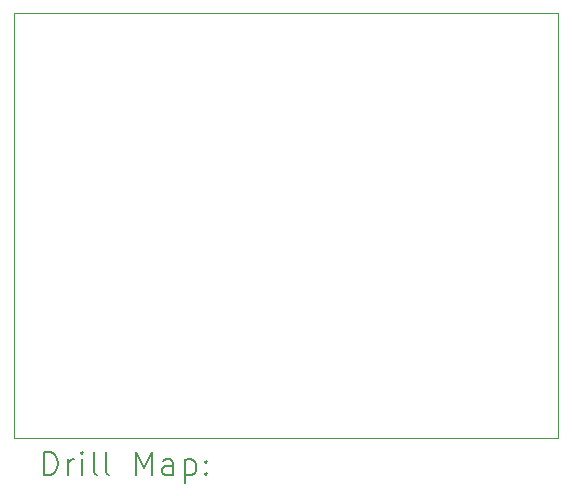
<source format=gbr>
%FSLAX45Y45*%
G04 Gerber Fmt 4.5, Leading zero omitted, Abs format (unit mm)*
G04 Created by KiCad (PCBNEW (6.0.2-0)) date 2022-04-12 18:59:26*
%MOMM*%
%LPD*%
G01*
G04 APERTURE LIST*
%TA.AperFunction,Profile*%
%ADD10C,0.100000*%
%TD*%
%ADD11C,0.200000*%
G04 APERTURE END LIST*
D10*
X11162000Y-7852000D02*
X15762000Y-7852000D01*
X15762000Y-7852000D02*
X15762000Y-11452000D01*
X15762000Y-11452000D02*
X11162000Y-11452000D01*
X11162000Y-11452000D02*
X11162000Y-7852000D01*
D11*
X11414619Y-11767476D02*
X11414619Y-11567476D01*
X11462238Y-11567476D01*
X11490809Y-11577000D01*
X11509857Y-11596048D01*
X11519381Y-11615095D01*
X11528905Y-11653190D01*
X11528905Y-11681762D01*
X11519381Y-11719857D01*
X11509857Y-11738905D01*
X11490809Y-11757952D01*
X11462238Y-11767476D01*
X11414619Y-11767476D01*
X11614619Y-11767476D02*
X11614619Y-11634143D01*
X11614619Y-11672238D02*
X11624143Y-11653190D01*
X11633667Y-11643667D01*
X11652714Y-11634143D01*
X11671762Y-11634143D01*
X11738428Y-11767476D02*
X11738428Y-11634143D01*
X11738428Y-11567476D02*
X11728905Y-11577000D01*
X11738428Y-11586524D01*
X11747952Y-11577000D01*
X11738428Y-11567476D01*
X11738428Y-11586524D01*
X11862238Y-11767476D02*
X11843190Y-11757952D01*
X11833667Y-11738905D01*
X11833667Y-11567476D01*
X11967000Y-11767476D02*
X11947952Y-11757952D01*
X11938428Y-11738905D01*
X11938428Y-11567476D01*
X12195571Y-11767476D02*
X12195571Y-11567476D01*
X12262238Y-11710333D01*
X12328905Y-11567476D01*
X12328905Y-11767476D01*
X12509857Y-11767476D02*
X12509857Y-11662714D01*
X12500333Y-11643667D01*
X12481286Y-11634143D01*
X12443190Y-11634143D01*
X12424143Y-11643667D01*
X12509857Y-11757952D02*
X12490809Y-11767476D01*
X12443190Y-11767476D01*
X12424143Y-11757952D01*
X12414619Y-11738905D01*
X12414619Y-11719857D01*
X12424143Y-11700809D01*
X12443190Y-11691286D01*
X12490809Y-11691286D01*
X12509857Y-11681762D01*
X12605095Y-11634143D02*
X12605095Y-11834143D01*
X12605095Y-11643667D02*
X12624143Y-11634143D01*
X12662238Y-11634143D01*
X12681286Y-11643667D01*
X12690809Y-11653190D01*
X12700333Y-11672238D01*
X12700333Y-11729381D01*
X12690809Y-11748428D01*
X12681286Y-11757952D01*
X12662238Y-11767476D01*
X12624143Y-11767476D01*
X12605095Y-11757952D01*
X12786048Y-11748428D02*
X12795571Y-11757952D01*
X12786048Y-11767476D01*
X12776524Y-11757952D01*
X12786048Y-11748428D01*
X12786048Y-11767476D01*
X12786048Y-11643667D02*
X12795571Y-11653190D01*
X12786048Y-11662714D01*
X12776524Y-11653190D01*
X12786048Y-11643667D01*
X12786048Y-11662714D01*
M02*

</source>
